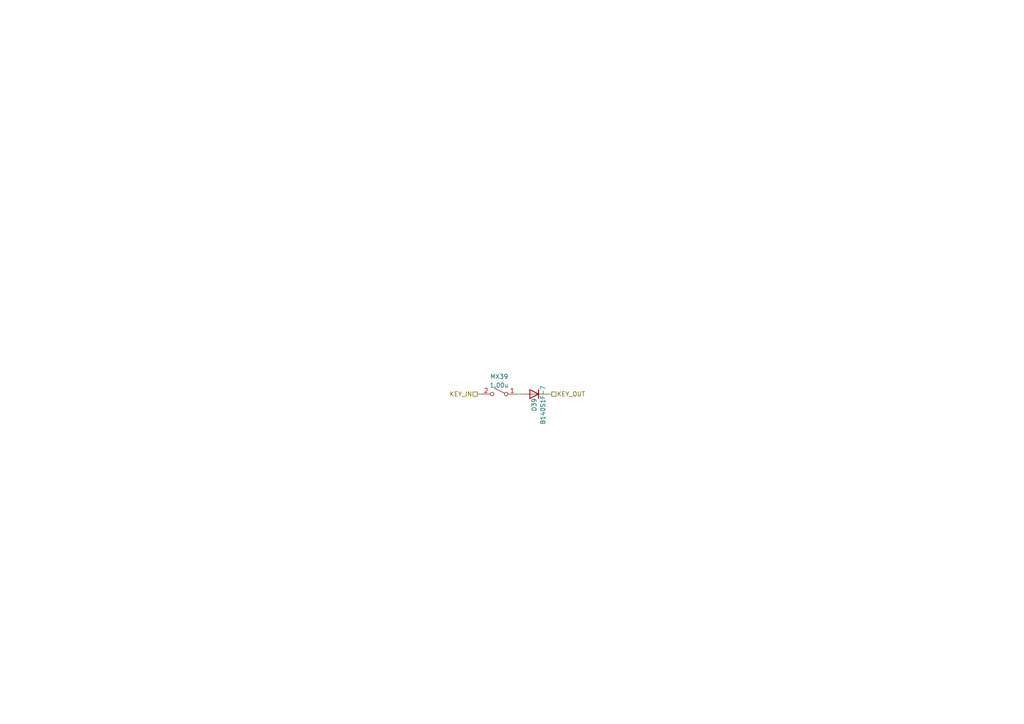
<source format=kicad_sch>
(kicad_sch (version 20250114) (generator "eeschema") (generator_version "9.0")
  (paper "A4")
  (lib_symbols
    (symbol "keyboard:diode" (pin_numbers (hide yes)) (pin_names (hide yes))
      (property "Reference" "D" (at 0 2.54 0))
      (property "Value" "1N4148" (at 0 -2.54 0))
      (symbol "diode_0_1"
        (polyline (pts (xy -1.27 1.27) (xy -1.27 -1.27)) (stroke (width 0.254)))
        (polyline (pts (xy 1.27 1.27) (xy 1.27 -1.27) (xy -1.27 0) (xy 1.27 1.27)) (stroke (width 0.254)))
        (polyline (pts (xy 1.27 0) (xy -1.27 0)))
      )
      (symbol "diode_1_1"
        (pin passive line (at -3.81 0 0) (length 2.54) (name "K") (number "1"))
        (pin passive line (at 3.81 0 180) (length 2.54) (name "A") (number "2"))
      )
    )
    (symbol "keyboard:switch" (pin_names (offset 0) (hide yes))
      (property "Reference" "MX103" (at 0 5.08 0))
      (property "Value" "1.00u" (at 0 2.54 0))
      (symbol "switch_0_0"
        (circle (center -2.032 0) (radius 0.508))
        (polyline (pts (xy -1.524 0.254) (xy 1.524 1.778)))
        (circle (center 2.032 0) (radius 0.508))
      )
      (symbol "switch_1_1"
        (pin passive line (at -5.08 0 0) (length 2.54) (name "A") (number "1"))
        (pin passive line (at 5.08 0 180) (length 2.54) (name "B") (number "2"))
      )
    )
  )
  (wire (pts (xy 158.75 114.3) (xy 160.02 114.3)))
  (wire (pts (xy 138.43 114.3) (xy 139.7 114.3)))
  (wire (pts (xy 151.13 114.3) (xy 149.86 114.3)))
  (hierarchical_label "KEY_OUT" (shape passive) (at 160.02 114.3 0))
  (hierarchical_label "KEY_IN" (shape passive) (at 138.43 114.3 180))
  (symbol (lib_id "keyboard:switch") (at 144.78 114.3 0) (mirror y) (unit 1)
    (property "Reference" "MX39" (at 144.78 109.22 0))
    (property "Value" "1.00u" (at 144.78 111.76 0))
    (property "Footprint" "key-switches:SW_Kailh_Choc_V1_THT" (effects (hide yes)))
  )
  (symbol (lib_id "keyboard:diode") (at 154.94 114.3 180) (unit 1)
    (property "Reference" "D39" (at 154.94 119.38 90) (effects (justify right)))
    (property "Value" "B140S1F-7" (at 157.48 123.19 90) (effects (justify right)))
    (property "Footprint" "keyboard:D_SOD-123F" (effects (hide yes)))
    (property "Datasheet" "https://datasheet.lcsc.com/lcsc/1811061725_ST-Semtech-1N4148W_C81598.pdf" (effects (hide yes)))
    (property "PN" "1N4148W" (effects (hide yes)))
    (property "LCSC Part Number" "C81598" (effects (hide yes)))
    (property "LCSC link" "https://www.lcsc.com/product-detail/Switching-Diode_ST-Semtech-1N4148W_C81598.html" (effects (hide yes)))
  )
)
</source>
